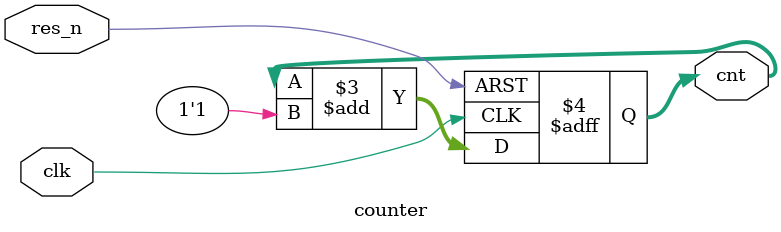
<source format=v>
`timescale 1ns / 1ps
module counter(
    input clk,
    input res_n,
    output [3:0] cnt
    );
	reg[3:0]cnt;
	always@(posedge clk,negedge res_n)
	begin
	if(!res_n)
	cnt<=0;
	else
	cnt<=cnt+1'b1;
	end

endmodule

</source>
